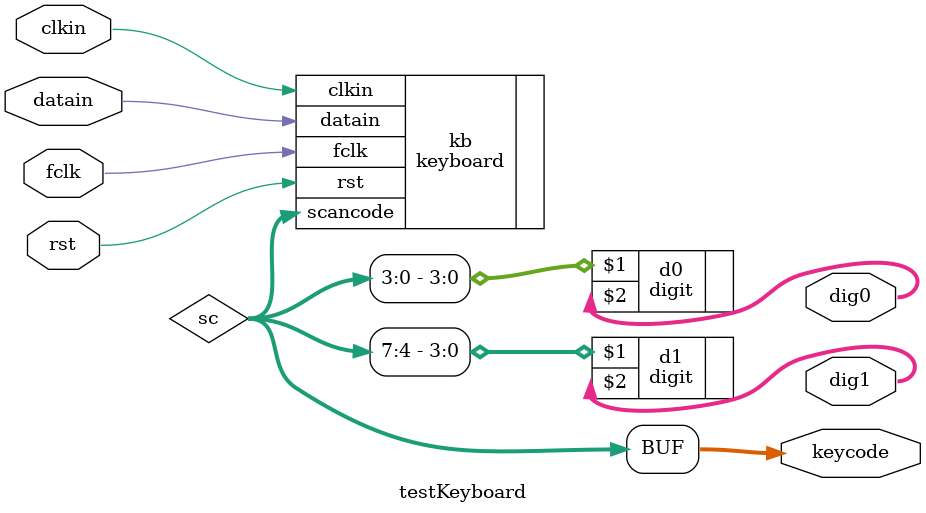
<source format=v>
module testKeyboard (
    input datain, 
	 input clkin,
	 input fclk, 
	 input rst,
	 output [7:0] keycode,
    output [6:0] dig0,
	 output [6:0] dig1
);

wire [7:0] sc;

assign keycode = sc;

keyboard kb (
    .datain(datain), 
	 .clkin(clkin), 
	 .fclk(fclk), 
	 .rst(rst),
    .scancode(sc)
);
 
digit d0 (
    sc[3:0], dig0
);

digit d1 (
    sc[7:4], dig1
);

endmodule
</source>
